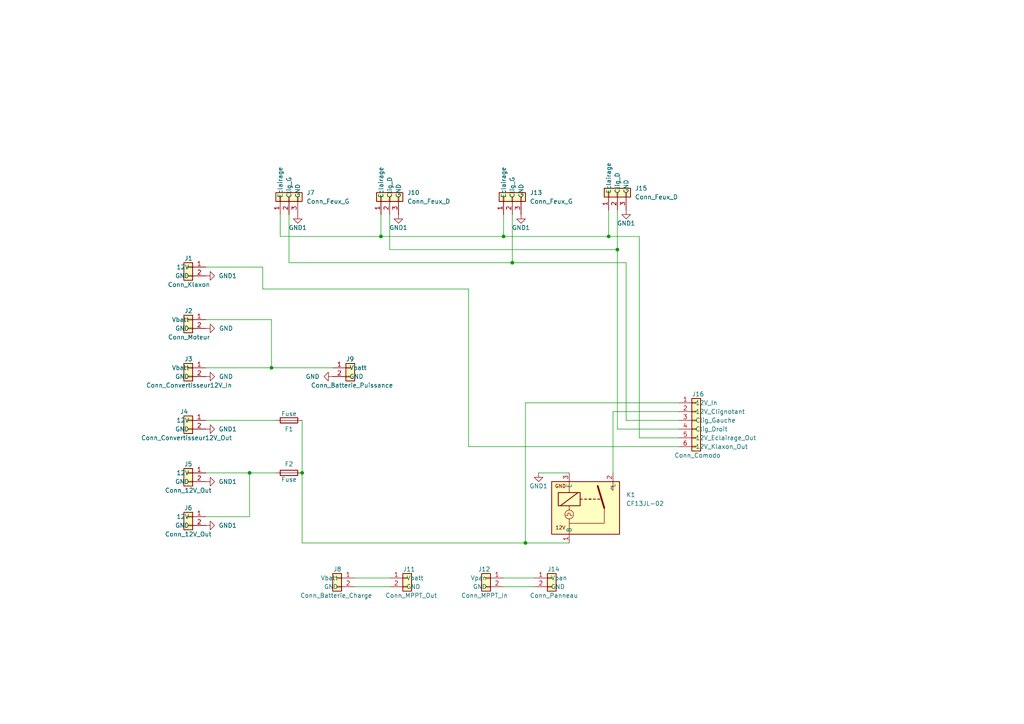
<source format=kicad_sch>
(kicad_sch (version 20211123) (generator eeschema)
  (paper "A4")
  (lib_symbols
    (symbol "circuit:CF13JL-02"
      (property "Reference" "K" (at 11.43 3.81 0))
      (property "Value" "CF13JL-02" (at 17.78 1.27 0))
      (symbol "CF13JL-02_0_1"
        (circle (center -5.08 -4.445) (radius 1.27))
        (polyline (pts (xy -5.08 -6.985) (xy -5.08 -5.715)))
        (polyline (pts (xy -6.096 -4.699) (xy -5.461 -4.699) (xy -5.461 -4.064) (xy -4.826 -4.064) (xy -4.826 -4.699) (xy -4.191 -4.699)))
      )
      (symbol "CF13JL-02_1_1"
        (rectangle (start -10.16 5.08) (end 9.525 -10.16) (stroke (width 0.254)) (fill (type background)))
        (rectangle (start -8.255 1.905) (end -1.905 -1.905) (stroke (width 0.254)))
        (polyline (pts (xy -7.62 -1.905) (xy -2.54 1.905)) (stroke (width 0.254)))
        (polyline (pts (xy -5.08 -10.16) (xy -5.08 -6.985)))
        (polyline (pts (xy -5.08 -3.175) (xy -5.08 -1.905)))
        (polyline (pts (xy -5.08 5.08) (xy -5.08 1.905)))
        (polyline (pts (xy -1.905 0) (xy -1.27 0)) (stroke (width 0.254)))
        (polyline (pts (xy -0.635 0) (xy 0 0)) (stroke (width 0.254)))
        (polyline (pts (xy 0.635 0) (xy 1.27 0)) (stroke (width 0.254)))
        (polyline (pts (xy 0.635 0) (xy 1.27 0)) (stroke (width 0.254)))
        (polyline (pts (xy 1.905 0) (xy 2.54 0)) (stroke (width 0.254)))
        (polyline (pts (xy 3.175 0) (xy 3.81 0)) (stroke (width 0.254)))
        (polyline (pts (xy 5.08 -6.985) (xy -5.08 -6.985)))
        (polyline (pts (xy 5.08 -2.54) (xy 3.175 3.81)) (stroke (width 0.508)))
        (polyline (pts (xy 5.08 -2.54) (xy 5.08 -6.985)))
        (polyline (pts (xy 7.62 3.81) (xy 7.62 5.08)))
        (polyline (pts (xy 7.62 3.81) (xy 7.62 2.54) (xy 6.985 3.175) (xy 7.62 3.81)))
        (text "12V" (at -7.62 -8.255 0) (effects (font (size 1.016 1.016))))
        (text "GND" (at -7.62 3.81 0) (effects (font (size 1.016 1.016))))
        (pin passive line (at -5.08 -12.7 90) (length 2.54) (name "B") (number "1"))
        (pin passive line (at 7.62 7.62 270) (length 2.54) (name "L") (number "2"))
        (pin passive line (at -5.08 7.62 270) (length 2.54) (name "E") (number "3"))
      )
    )
    (symbol "circuit:Conn_12V_Out" (pin_names (offset 1.016))
      (property "Reference" "J" (at 0 2.54 0))
      (property "Value" "Conn_12V_Out" (at 0 -5.08 0))
      (symbol "Conn_12V_Out_1_1"
        (rectangle (start -1.27 -2.413) (end 0 -2.667) (stroke (width 0.1524)))
        (rectangle (start -1.27 0.127) (end 0 -0.127) (stroke (width 0.1524)))
        (rectangle (start -1.27 1.27) (end 1.27 -3.81) (stroke (width 0.254)) (fill (type background)))
        (pin power_in line (at -5.08 0 0) (length 3.81) (name "12V") (number "1"))
        (pin power_in line (at -5.08 -2.54 0) (length 3.81) (name "GND") (number "2"))
      )
    )
    (symbol "circuit:Conn_Batterie_Charge" (pin_names (offset 1.016))
      (property "Reference" "J" (at 0 2.54 0))
      (property "Value" "Conn_Batterie_Charge" (at 0 -5.08 0))
      (symbol "Conn_Batterie_Charge_1_1"
        (rectangle (start -1.27 -2.413) (end 0 -2.667) (stroke (width 0.1524)))
        (rectangle (start -1.27 0.127) (end 0 -0.127) (stroke (width 0.1524)))
        (rectangle (start -1.27 1.27) (end 1.27 -3.81) (stroke (width 0.254)) (fill (type background)))
        (pin power_in line (at -5.08 0 0) (length 3.81) (name "Vbatt") (number "1"))
        (pin power_in line (at -5.08 -2.54 0) (length 3.81) (name "GND") (number "2"))
      )
    )
    (symbol "circuit:Conn_Batterie_Puissance" (pin_names (offset 1.016))
      (property "Reference" "J" (at 0 2.54 0))
      (property "Value" "Conn_Batterie_Puissance" (at 0 -5.08 0))
      (symbol "Conn_Batterie_Puissance_1_1"
        (rectangle (start -1.27 -2.413) (end 0 -2.667) (stroke (width 0.1524)))
        (rectangle (start -1.27 0.127) (end 0 -0.127) (stroke (width 0.1524)))
        (rectangle (start -1.27 1.27) (end 1.27 -3.81) (stroke (width 0.254)) (fill (type background)))
        (pin power_out line (at -5.08 0 0) (length 3.81) (name "Vbatt") (number "1"))
        (pin power_out line (at -5.08 -2.54 0) (length 3.81) (name "GND") (number "2"))
      )
    )
    (symbol "circuit:Conn_Comodo" (pin_names (offset 1.016))
      (property "Reference" "J" (at 0 7.62 0))
      (property "Value" "Conn_Comodo" (at 0 -10.16 0))
      (symbol "Conn_Comodo_1_1"
        (rectangle (start -1.27 -7.493) (end 0 -7.747) (stroke (width 0.1524)))
        (rectangle (start -1.27 -4.953) (end 0 -5.207) (stroke (width 0.1524)))
        (rectangle (start -1.27 -2.413) (end 0 -2.667) (stroke (width 0.1524)))
        (rectangle (start -1.27 0.127) (end 0 -0.127) (stroke (width 0.1524)))
        (rectangle (start -1.27 2.667) (end 0 2.413) (stroke (width 0.1524)))
        (rectangle (start -1.27 5.207) (end 0 4.953) (stroke (width 0.1524)))
        (rectangle (start -1.27 6.35) (end 1.27 -8.89) (stroke (width 0.254)) (fill (type background)))
        (pin power_in line (at -5.08 5.08 0) (length 3.81) (name "12V_In") (number "1"))
        (pin passive line (at -5.08 2.54 0) (length 3.81) (name "12V_Clignotant") (number "2"))
        (pin power_out line (at -5.08 0 0) (length 3.81) (name "Clig_Gauche") (number "3"))
        (pin power_out line (at -5.08 -2.54 0) (length 3.81) (name "Clig_Droit") (number "4"))
        (pin power_out line (at -5.08 -5.08 0) (length 3.81) (name "12V_Eclairage_Out") (number "5"))
        (pin power_out line (at -5.08 -7.62 0) (length 3.81) (name "12V_Klaxon_Out") (number "6"))
      )
    )
    (symbol "circuit:Conn_Convertisseur12V_In" (pin_names (offset 1.016))
      (property "Reference" "J" (at 0 2.54 0))
      (property "Value" "Conn_Convertisseur12V_In" (at 0 -5.08 0))
      (symbol "Conn_Convertisseur12V_In_1_1"
        (rectangle (start -1.27 -2.413) (end 0 -2.667) (stroke (width 0.1524)))
        (rectangle (start -1.27 0.127) (end 0 -0.127) (stroke (width 0.1524)))
        (rectangle (start -1.27 1.27) (end 1.27 -3.81) (stroke (width 0.254)) (fill (type background)))
        (pin power_in line (at -5.08 0 0) (length 3.81) (name "Vbatt") (number "1"))
        (pin power_in line (at -5.08 -2.54 0) (length 3.81) (name "GND") (number "2"))
      )
    )
    (symbol "circuit:Conn_Convertisseur12V_Out" (pin_names (offset 1.016))
      (property "Reference" "J" (at 0 2.54 0))
      (property "Value" "Conn_Convertisseur12V_Out" (at 0 -5.08 0))
      (symbol "Conn_Convertisseur12V_Out_1_1"
        (rectangle (start -1.27 -2.413) (end 0 -2.667) (stroke (width 0.1524)))
        (rectangle (start -1.27 0.127) (end 0 -0.127) (stroke (width 0.1524)))
        (rectangle (start -1.27 1.27) (end 1.27 -3.81) (stroke (width 0.254)) (fill (type background)))
        (pin power_out line (at -5.08 0 0) (length 3.81) (name "12V") (number "1"))
        (pin power_out line (at -5.08 -2.54 0) (length 3.81) (name "GND") (number "2"))
      )
    )
    (symbol "circuit:Conn_Feux_D" (pin_names (offset 1.016))
      (property "Reference" "J" (at 0 5.08 0))
      (property "Value" "Conn_Feux_D" (at 0 -5.08 0))
      (symbol "Conn_Feux_D_1_1"
        (rectangle (start -1.27 -2.413) (end 0 -2.667) (stroke (width 0.1524)))
        (rectangle (start -1.27 0.127) (end 0 -0.127) (stroke (width 0.1524)))
        (rectangle (start -1.27 2.667) (end 0 2.413) (stroke (width 0.1524)))
        (rectangle (start -1.27 3.81) (end 1.27 -3.81) (stroke (width 0.254)) (fill (type background)))
        (pin power_in line (at -5.08 2.54 0) (length 3.81) (name "Eclairage") (number "1"))
        (pin power_in line (at -5.08 0 0) (length 3.81) (name "Clig_D") (number "2"))
        (pin power_in line (at -5.08 -2.54 0) (length 3.81) (name "GND") (number "3"))
      )
    )
    (symbol "circuit:Conn_Feux_G" (pin_names (offset 1.016))
      (property "Reference" "J" (at 0 5.08 0))
      (property "Value" "Conn_Feux_G" (at 0 -5.08 0))
      (symbol "Conn_Feux_G_1_1"
        (rectangle (start -1.27 -2.413) (end 0 -2.667) (stroke (width 0.1524)))
        (rectangle (start -1.27 0.127) (end 0 -0.127) (stroke (width 0.1524)))
        (rectangle (start -1.27 2.667) (end 0 2.413) (stroke (width 0.1524)))
        (rectangle (start -1.27 3.81) (end 1.27 -3.81) (stroke (width 0.254)) (fill (type background)))
        (pin power_in line (at -5.08 2.54 0) (length 3.81) (name "Eclairage") (number "1"))
        (pin power_in line (at -5.08 0 0) (length 3.81) (name "Clig_G") (number "2"))
        (pin power_in line (at -5.08 -2.54 0) (length 3.81) (name "GND") (number "3"))
      )
    )
    (symbol "circuit:Conn_Klaxon" (pin_names (offset 1.016))
      (property "Reference" "J" (at 0 2.54 0))
      (property "Value" "Conn_Klaxon" (at 0 -5.08 0))
      (symbol "Conn_Klaxon_1_1"
        (rectangle (start -1.27 -2.413) (end 0 -2.667) (stroke (width 0.1524)))
        (rectangle (start -1.27 0.127) (end 0 -0.127) (stroke (width 0.1524)))
        (rectangle (start -1.27 1.27) (end 1.27 -3.81) (stroke (width 0.254)) (fill (type background)))
        (pin power_in line (at -5.08 0 0) (length 3.81) (name "12V") (number "1"))
        (pin power_in line (at -5.08 -2.54 0) (length 3.81) (name "GND") (number "2"))
      )
    )
    (symbol "circuit:Conn_MPPT_In" (pin_names (offset 1.016))
      (property "Reference" "J" (at 0 2.54 0))
      (property "Value" "Conn_MPPT_In" (at 0 -5.08 0))
      (symbol "Conn_MPPT_In_1_1"
        (rectangle (start -1.27 -2.413) (end 0 -2.667) (stroke (width 0.1524)))
        (rectangle (start -1.27 0.127) (end 0 -0.127) (stroke (width 0.1524)))
        (rectangle (start -1.27 1.27) (end 1.27 -3.81) (stroke (width 0.254)) (fill (type background)))
        (pin power_in line (at -5.08 0 0) (length 3.81) (name "Vpan") (number "1"))
        (pin power_in line (at -5.08 -2.54 0) (length 3.81) (name "GND") (number "2"))
      )
    )
    (symbol "circuit:Conn_MPPT_Out" (pin_names (offset 1.016))
      (property "Reference" "J" (at 0 2.54 0))
      (property "Value" "Conn_MPPT_Out" (at 0 -5.08 0))
      (symbol "Conn_MPPT_Out_1_1"
        (rectangle (start -1.27 -2.413) (end 0 -2.667) (stroke (width 0.1524)))
        (rectangle (start -1.27 0.127) (end 0 -0.127) (stroke (width 0.1524)))
        (rectangle (start -1.27 1.27) (end 1.27 -3.81) (stroke (width 0.254)) (fill (type background)))
        (pin power_out line (at -5.08 0 0) (length 3.81) (name "Vbatt") (number "1"))
        (pin power_out line (at -5.08 -2.54 0) (length 3.81) (name "GND") (number "2"))
      )
    )
    (symbol "circuit:Conn_Moteur" (pin_names (offset 1.016))
      (property "Reference" "J" (at 0 2.54 0))
      (property "Value" "Conn_Moteur" (at 0 -5.08 0))
      (symbol "Conn_Moteur_1_1"
        (rectangle (start -1.27 -2.413) (end 0 -2.667) (stroke (width 0.1524)))
        (rectangle (start -1.27 0.127) (end 0 -0.127) (stroke (width 0.1524)))
        (rectangle (start -1.27 1.27) (end 1.27 -3.81) (stroke (width 0.254)) (fill (type background)))
        (pin power_in line (at -5.08 0 0) (length 3.81) (name "Vbatt") (number "1"))
        (pin power_in line (at -5.08 -2.54 0) (length 3.81) (name "GND") (number "2"))
      )
    )
    (symbol "circuit:Conn_Panneau" (pin_names (offset 1.016))
      (property "Reference" "J" (at 0 2.54 0))
      (property "Value" "Conn_Panneau" (at 0 -5.08 0))
      (symbol "Conn_Panneau_1_1"
        (rectangle (start -1.27 -2.413) (end 0 -2.667) (stroke (width 0.1524)))
        (rectangle (start -1.27 0.127) (end 0 -0.127) (stroke (width 0.1524)))
        (rectangle (start -1.27 1.27) (end 1.27 -3.81) (stroke (width 0.254)) (fill (type background)))
        (pin power_out line (at -5.08 0 0) (length 3.81) (name "Vpan") (number "1"))
        (pin power_out line (at -5.08 -2.54 0) (length 3.81) (name "GND") (number "2"))
      )
    )
    (symbol "circuit:Fuse" (pin_numbers hide) (pin_names (offset 0))
      (property "Reference" "F" (at 2.032 0 90))
      (property "Value" "Fuse" (at -1.905 0 90))
      (symbol "Fuse_0_1"
        (rectangle (start -0.762 -2.54) (end 0.762 2.54) (stroke (width 0.254)))
        (polyline (pts (xy 0 2.54) (xy 0 -2.54)))
      )
      (symbol "Fuse_1_1"
        (pin power_out line (at 0 3.81 270) (length 1.27) (name "~") (number "1"))
        (pin power_in line (at 0 -3.81 90) (length 1.27) (name "~") (number "2"))
      )
    )
    (symbol "power:GND" (power) (pin_names (offset 0))
      (property "Value" "GND" (at 0 -3.81 0))
      (symbol "GND_0_1"
        (polyline (pts (xy 0 0) (xy 0 -1.27) (xy 1.27 -1.27) (xy 0 -2.54) (xy -1.27 -1.27) (xy 0 -1.27)))
      )
      (symbol "GND_1_1"
        (pin power_in line (at 0 0 270) (length 0) hide (name "GND") (number "1"))
      )
    )
    (symbol "power:GND1" (power) (pin_names (offset 0))
      (property "Value" "GND1" (at 0 -3.81 0))
      (symbol "GND1_0_1"
        (polyline (pts (xy 0 0) (xy 0 -1.27) (xy 1.27 -1.27) (xy 0 -2.54) (xy -1.27 -1.27) (xy 0 -1.27)))
      )
      (symbol "GND1_1_1"
        (pin power_in line (at 0 0 270) (length 0) hide (name "GND1") (number "1"))
      )
    )
  )
  (junction (at 148.59 76.2))
  (junction (at 78.74 106.68))
  (junction (at 72.39 137.16))
  (junction (at 110.49 68.58))
  (junction (at 146.05 68.58))
  (junction (at 87.63 137.16))
  (junction (at 152.4 157.48))
  (junction (at 176.53 68.58))
  (junction (at 179.07 72.39))
  (wire (pts (xy 78.74 92.71) (xy 59.69 92.71)))
  (wire (pts (xy 110.49 68.58) (xy 81.28 68.58)))
  (wire (pts (xy 76.2 77.47) (xy 59.69 77.47)))
  (wire (pts (xy 59.69 121.92) (xy 80.01 121.92)))
  (wire (pts (xy 102.87 167.64) (xy 113.03 167.64)))
  (wire (pts (xy 176.53 60.96) (xy 176.53 68.58)))
  (wire (pts (xy 59.69 137.16) (xy 72.39 137.16)))
  (wire (pts (xy 148.59 62.23) (xy 148.59 76.2)))
  (wire (pts (xy 59.69 106.68) (xy 78.74 106.68)))
  (wire (pts (xy 177.8 119.38) (xy 196.85 119.38)))
  (wire (pts (xy 179.07 72.39) (xy 113.03 72.39)))
  (wire (pts (xy 196.85 127) (xy 185.42 127)))
  (wire (pts (xy 110.49 62.23) (xy 110.49 68.58)))
  (wire (pts (xy 181.61 121.92) (xy 196.85 121.92)))
  (wire (pts (xy 72.39 137.16) (xy 80.01 137.16)))
  (wire (pts (xy 196.85 116.84) (xy 152.4 116.84)))
  (wire (pts (xy 177.8 137.16) (xy 177.8 119.38)))
  (wire (pts (xy 156.21 137.16) (xy 165.1 137.16)))
  (wire (pts (xy 87.63 137.16) (xy 87.63 157.48)))
  (wire (pts (xy 83.82 76.2) (xy 83.82 62.23)))
  (wire (pts (xy 72.39 137.16) (xy 72.39 149.86)))
  (wire (pts (xy 78.74 106.68) (xy 96.52 106.68)))
  (wire (pts (xy 110.49 68.58) (xy 146.05 68.58)))
  (wire (pts (xy 152.4 116.84) (xy 152.4 157.48)))
  (wire (pts (xy 146.05 62.23) (xy 146.05 68.58)))
  (wire (pts (xy 179.07 124.46) (xy 196.85 124.46)))
  (wire (pts (xy 148.59 76.2) (xy 83.82 76.2)))
  (wire (pts (xy 181.61 76.2) (xy 181.61 121.92)))
  (wire (pts (xy 165.1 157.48) (xy 152.4 157.48)))
  (wire (pts (xy 78.74 106.68) (xy 78.74 92.71)))
  (wire (pts (xy 152.4 157.48) (xy 87.63 157.48)))
  (wire (pts (xy 87.63 121.92) (xy 87.63 137.16)))
  (wire (pts (xy 113.03 72.39) (xy 113.03 62.23)))
  (wire (pts (xy 196.85 129.54) (xy 135.89 129.54)))
  (wire (pts (xy 135.89 129.54) (xy 135.89 83.82)))
  (wire (pts (xy 179.07 72.39) (xy 179.07 124.46)))
  (wire (pts (xy 146.05 170.18) (xy 154.94 170.18)))
  (wire (pts (xy 185.42 127) (xy 185.42 68.58)))
  (wire (pts (xy 148.59 76.2) (xy 181.61 76.2)))
  (wire (pts (xy 146.05 167.64) (xy 154.94 167.64)))
  (wire (pts (xy 179.07 60.96) (xy 179.07 72.39)))
  (wire (pts (xy 72.39 149.86) (xy 59.69 149.86)))
  (wire (pts (xy 146.05 68.58) (xy 176.53 68.58)))
  (wire (pts (xy 76.2 83.82) (xy 76.2 77.47)))
  (wire (pts (xy 102.87 170.18) (xy 113.03 170.18)))
  (wire (pts (xy 176.53 68.58) (xy 185.42 68.58)))
  (wire (pts (xy 135.89 83.82) (xy 76.2 83.82)))
  (wire (pts (xy 81.28 68.58) (xy 81.28 62.23)))
  (symbol (lib_id "power:GND") (at 59.69 95.25 90) (unit 1)
    (property "Reference" "#PWR0101" (effects hide))
    (property "Value" "GND" (at 63.5 95.2499 90) (effects (justify right)))
  )
  (symbol (lib_id "circuit:Conn_Convertisseur12V_In") (at 54.61 106.68 0) (mirror y) (unit 1)
    (property "Reference" "J3" (at 55.88 104.14 0) (effects (justify left)))
    (property "Value" "Conn_Convertisseur12V_In" (at 67.31 111.76 0) (effects (justify left)))
  )
  (symbol (lib_id "power:GND1") (at 86.36 62.23 0) (unit 1)
    (property "Reference" "#PWR0105" (effects hide))
    (property "Value" "GND1" (at 86.36 66.04 0))
  )
  (symbol (lib_id "circuit:Conn_Feux_D") (at 113.03 57.15 90) (unit 1)
    (property "Reference" "J10" (at 118.11 55.8799 90) (effects (justify right)))
    (property "Value" "Conn_Feux_D" (at 118.11 58.4199 90) (effects (justify right)))
  )
  (symbol (lib_id "circuit:CF13JL-02") (at 170.18 144.78 0) (unit 1)
    (property "Reference" "K1" (at 181.61 143.5099 0) (effects (justify left)))
    (property "Value" "CF13JL-02" (at 181.61 146.0499 0) (effects (justify left)))
  )
  (symbol (lib_id "circuit:Fuse") (at 83.82 137.16 90) (unit 1)
    (property "Reference" "F2" (at 83.82 134.62 90))
    (property "Value" "Fuse" (at 83.82 139.065 90))
  )
  (symbol (lib_id "power:GND1") (at 59.69 152.4 90) (unit 1)
    (property "Reference" "#PWR0110" (effects hide))
    (property "Value" "GND1" (at 66.04 152.4 90))
  )
  (symbol (lib_id "power:GND") (at 96.52 109.22 270) (unit 1)
    (property "Reference" "#PWR0111" (effects hide))
    (property "Value" "GND" (at 92.71 109.2199 90) (effects (justify right)))
  )
  (symbol (lib_id "circuit:Conn_Klaxon") (at 54.61 77.47 0) (mirror y) (unit 1)
    (property "Reference" "J1" (at 55.88 74.93 0) (effects (justify left)))
    (property "Value" "Conn_Klaxon" (at 60.96 82.55 0) (effects (justify left)))
  )
  (symbol (lib_id "circuit:Conn_12V_Out") (at 54.61 137.16 0) (mirror y) (unit 1)
    (property "Reference" "J5" (at 54.61 134.62 0))
    (property "Value" "Conn_12V_Out" (at 54.61 142.24 0))
  )
  (symbol (lib_id "power:GND1") (at 115.57 62.23 0) (unit 1)
    (property "Reference" "#PWR0106" (effects hide))
    (property "Value" "GND1" (at 115.57 66.04 0))
  )
  (symbol (lib_id "power:GND1") (at 59.69 124.46 90) (unit 1)
    (property "Reference" "#PWR0103" (effects hide))
    (property "Value" "GND1" (at 66.04 124.46 90))
  )
  (symbol (lib_id "circuit:Conn_Feux_G") (at 148.59 57.15 90) (unit 1)
    (property "Reference" "J13" (at 153.67 55.8799 90) (effects (justify right)))
    (property "Value" "Conn_Feux_G" (at 153.67 58.4199 90) (effects (justify right)))
  )
  (symbol (lib_id "circuit:Conn_Batterie_Puissance") (at 101.6 106.68 0) (unit 1)
    (property "Reference" "J9" (at 100.33 104.14 0) (effects (justify left)))
    (property "Value" "Conn_Batterie_Puissance" (at 90.17 111.76 0) (effects (justify left)))
  )
  (symbol (lib_id "circuit:Conn_Moteur") (at 54.61 92.71 0) (mirror y) (unit 1)
    (property "Reference" "J2" (at 55.88 90.17 0) (effects (justify left)))
    (property "Value" "Conn_Moteur" (at 60.96 97.79 0) (effects (justify left)))
  )
  (symbol (lib_id "power:GND1") (at 59.69 80.01 90) (unit 1)
    (property "Reference" "#PWR0102" (effects hide))
    (property "Value" "GND1" (at 66.04 80.01 90))
  )
  (symbol (lib_id "circuit:Conn_Convertisseur12V_Out") (at 54.61 121.92 0) (mirror y) (unit 1)
    (property "Reference" "J4" (at 54.61 119.38 0) (effects (justify left)))
    (property "Value" "Conn_Convertisseur12V_Out" (at 67.31 127 0) (effects (justify left)))
  )
  (symbol (lib_id "circuit:Conn_MPPT_In") (at 140.97 167.64 0) (mirror y) (unit 1)
    (property "Reference" "J12" (at 142.24 165.1 0) (effects (justify left)))
    (property "Value" "Conn_MPPT_In" (at 147.32 172.72 0) (effects (justify left)))
  )
  (symbol (lib_id "circuit:Conn_Panneau") (at 160.02 167.64 0) (unit 1)
    (property "Reference" "J14" (at 158.75 165.1 0) (effects (justify left)))
    (property "Value" "Conn_Panneau" (at 153.67 172.72 0) (effects (justify left)))
  )
  (symbol (lib_id "circuit:Conn_Batterie_Charge") (at 97.79 167.64 0) (mirror y) (unit 1)
    (property "Reference" "J8" (at 99.06 165.1 0) (effects (justify left)))
    (property "Value" "Conn_Batterie_Charge" (at 107.95 172.72 0) (effects (justify left)))
  )
  (symbol (lib_id "circuit:Conn_Comodo") (at 201.93 121.92 0) (unit 1)
    (property "Reference" "J16" (at 200.66 114.3 0) (effects (justify left)))
    (property "Value" "Conn_Comodo" (at 195.58 132.08 0) (effects (justify left)))
  )
  (symbol (lib_id "power:GND1") (at 59.69 139.7 90) (unit 1)
    (property "Reference" "#PWR0109" (effects hide))
    (property "Value" "GND1" (at 66.04 139.7 90))
  )
  (symbol (lib_id "circuit:Fuse") (at 83.82 121.92 270) (unit 1)
    (property "Reference" "F1" (at 83.82 124.46 90))
    (property "Value" "Fuse" (at 83.82 120.015 90))
  )
  (symbol (lib_id "power:GND1") (at 156.21 137.16 0) (unit 1)
    (property "Reference" "#PWR0112" (effects hide))
    (property "Value" "GND1" (at 156.21 140.97 0))
  )
  (symbol (lib_id "circuit:Conn_12V_Out") (at 54.61 149.86 0) (mirror y) (unit 1)
    (property "Reference" "J6" (at 54.61 147.32 0))
    (property "Value" "Conn_12V_Out" (at 54.61 154.94 0))
  )
  (symbol (lib_id "circuit:Conn_Feux_D") (at 179.07 55.88 90) (unit 1)
    (property "Reference" "J15" (at 184.15 54.6099 90) (effects (justify right)))
    (property "Value" "Conn_Feux_D" (at 184.15 57.1499 90) (effects (justify right)))
  )
  (symbol (lib_id "circuit:Conn_Feux_G") (at 83.82 57.15 90) (unit 1)
    (property "Reference" "J7" (at 88.9 55.8799 90) (effects (justify right)))
    (property "Value" "Conn_Feux_G" (at 88.9 58.4199 90) (effects (justify right)))
  )
  (symbol (lib_id "power:GND1") (at 181.61 60.96 0) (unit 1)
    (property "Reference" "#PWR0108" (effects hide))
    (property "Value" "GND1" (at 181.61 64.77 0))
  )
  (symbol (lib_id "power:GND") (at 59.69 109.22 90) (unit 1)
    (property "Reference" "#PWR0104" (effects hide))
    (property "Value" "GND" (at 63.5 109.2199 90) (effects (justify right)))
  )
  (symbol (lib_id "circuit:Conn_MPPT_Out") (at 118.11 167.64 0) (unit 1)
    (property "Reference" "J11" (at 116.84 165.1 0) (effects (justify left)))
    (property "Value" "Conn_MPPT_Out" (at 111.76 172.72 0) (effects (justify left)))
  )
  (symbol (lib_id "power:GND1") (at 151.13 62.23 0) (unit 1)
    (property "Reference" "#PWR0107" (effects hide))
    (property "Value" "GND1" (at 151.13 66.04 0))
  )
)
</source>
